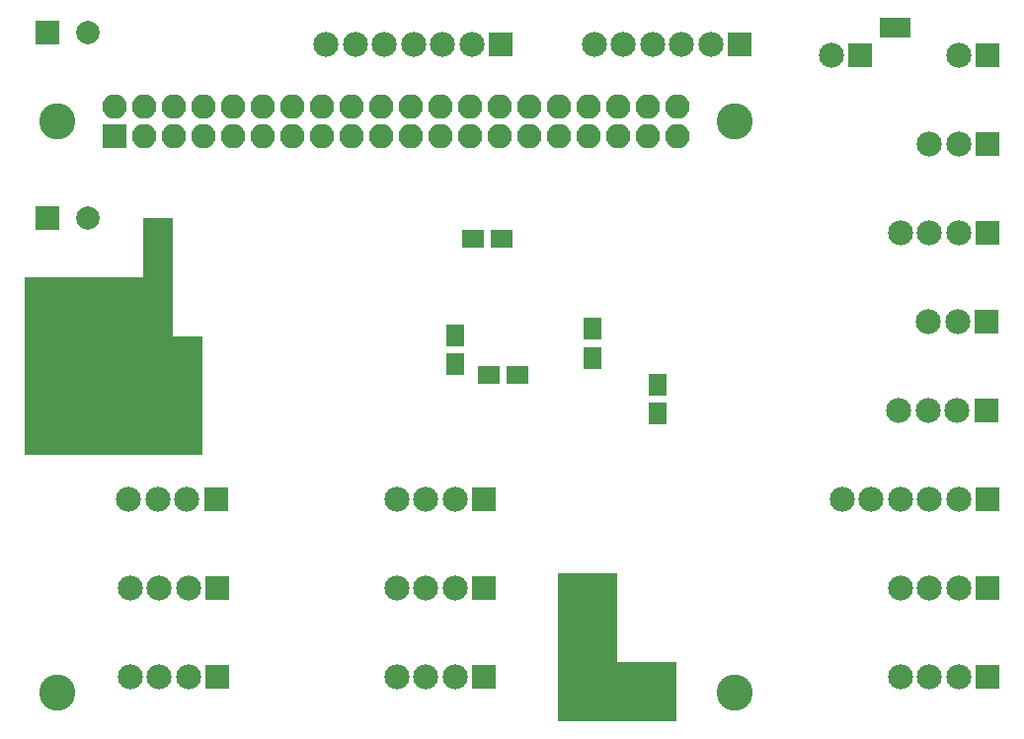
<source format=gbs>
G04 #@! TF.FileFunction,Soldermask,Bot*
%FSLAX46Y46*%
G04 Gerber Fmt 4.6, Leading zero omitted, Abs format (unit mm)*
G04 Created by KiCad (PCBNEW 4.0.7-e2-6376~61~ubuntu18.04.1) date Sun Dec  9 20:36:19 2018*
%MOMM*%
%LPD*%
G01*
G04 APERTURE LIST*
%ADD10C,0.100000*%
%ADD11R,2.635200X2.635200*%
%ADD12R,2.150000X2.150000*%
%ADD13C,2.150000*%
%ADD14R,1.900000X1.650000*%
%ADD15R,1.650000X1.900000*%
%ADD16C,3.100000*%
%ADD17R,2.100000X2.100000*%
%ADD18O,2.100000X2.100000*%
%ADD19R,1.370000X1.670000*%
%ADD20R,2.000000X2.000000*%
%ADD21C,2.000000*%
G04 APERTURE END LIST*
D10*
D11*
X112435000Y-74335000D03*
X112435000Y-76875000D03*
X104815000Y-66715000D03*
X107355000Y-66715000D03*
X109895000Y-74335000D03*
X109895000Y-76875000D03*
X104815000Y-69255000D03*
X107355000Y-69255000D03*
X107355000Y-71795000D03*
X104815000Y-71795000D03*
X104815000Y-74335000D03*
X107355000Y-74335000D03*
X107355000Y-76875000D03*
X104815000Y-76875000D03*
X71795000Y-46395000D03*
X71795000Y-48935000D03*
X71795000Y-51475000D03*
X71795000Y-54015000D03*
X69255000Y-36235000D03*
X69255000Y-38775000D03*
X69255000Y-54015000D03*
X66715000Y-54015000D03*
X64175000Y-54015000D03*
X61635000Y-54015000D03*
X59095000Y-54015000D03*
X69255000Y-51475000D03*
X66715000Y-51475000D03*
X64175000Y-51475000D03*
X61635000Y-51475000D03*
X59095000Y-51475000D03*
X69255000Y-48935000D03*
X66715000Y-48935000D03*
X64175000Y-48935000D03*
X61635000Y-48935000D03*
X59095000Y-48935000D03*
X69255000Y-46395000D03*
X66715000Y-46395000D03*
X64175000Y-46395000D03*
X61635000Y-46395000D03*
X59095000Y-46395000D03*
X69255000Y-43855000D03*
X66715000Y-43855000D03*
X64175000Y-43855000D03*
X61635000Y-43855000D03*
X59095000Y-43855000D03*
X69255000Y-41315000D03*
X66715000Y-41315000D03*
X64175000Y-41315000D03*
X61635000Y-41315000D03*
D12*
X129435000Y-20995000D03*
D13*
X126935000Y-20995000D03*
D14*
X96235000Y-36735000D03*
X98735000Y-36735000D03*
D15*
X106485000Y-44485000D03*
X106485000Y-46985000D03*
X94685000Y-47535000D03*
X94685000Y-45035000D03*
D14*
X100085000Y-48435000D03*
X97585000Y-48435000D03*
D15*
X112085000Y-51785000D03*
X112085000Y-49285000D03*
D12*
X140375000Y-20995000D03*
D13*
X137875000Y-20995000D03*
D12*
X98635000Y-20135000D03*
D13*
X96135000Y-20135000D03*
X93635000Y-20135000D03*
X91135000Y-20135000D03*
X88635000Y-20135000D03*
X86135000Y-20135000D03*
X83635000Y-20135000D03*
D12*
X140375000Y-28615000D03*
D13*
X137875000Y-28615000D03*
X135375000Y-28615000D03*
D12*
X140375000Y-36235000D03*
D13*
X137875000Y-36235000D03*
X135375000Y-36235000D03*
X132875000Y-36235000D03*
D12*
X140375000Y-59095000D03*
D13*
X137875000Y-59095000D03*
X135375000Y-59095000D03*
X132875000Y-59095000D03*
X130375000Y-59095000D03*
X127875000Y-59095000D03*
D12*
X140295000Y-43855000D03*
D13*
X137795000Y-43855000D03*
X135295000Y-43855000D03*
D12*
X140255000Y-51475000D03*
D13*
X137755000Y-51475000D03*
X135255000Y-51475000D03*
X132755000Y-51475000D03*
D12*
X140375000Y-66715000D03*
D13*
X137875000Y-66715000D03*
X135375000Y-66715000D03*
X132875000Y-66715000D03*
D12*
X140375000Y-74335000D03*
D13*
X137875000Y-74335000D03*
X135375000Y-74335000D03*
X132875000Y-74335000D03*
D16*
X60635000Y-26735000D03*
X60635000Y-75735000D03*
X118635000Y-26735000D03*
X118635000Y-75735000D03*
D12*
X74215000Y-59095000D03*
D13*
X71715000Y-59095000D03*
X69215000Y-59095000D03*
X66715000Y-59095000D03*
D12*
X74335000Y-74335000D03*
D13*
X71835000Y-74335000D03*
X69335000Y-74335000D03*
X66835000Y-74335000D03*
D12*
X97195000Y-59095000D03*
D13*
X94695000Y-59095000D03*
X92195000Y-59095000D03*
X89695000Y-59095000D03*
D12*
X74335000Y-66715000D03*
D13*
X71835000Y-66715000D03*
X69335000Y-66715000D03*
X66835000Y-66715000D03*
D12*
X97195000Y-74335000D03*
D13*
X94695000Y-74335000D03*
X92195000Y-74335000D03*
X89695000Y-74335000D03*
D12*
X97195000Y-66715000D03*
D13*
X94695000Y-66715000D03*
X92195000Y-66715000D03*
X89695000Y-66715000D03*
D12*
X119135000Y-20135000D03*
D13*
X116635000Y-20135000D03*
X114135000Y-20135000D03*
X111635000Y-20135000D03*
X109135000Y-20135000D03*
X106635000Y-20135000D03*
D17*
X65535000Y-28010000D03*
D18*
X65535000Y-25470000D03*
X68075000Y-28010000D03*
X68075000Y-25470000D03*
X70615000Y-28010000D03*
X70615000Y-25470000D03*
X73155000Y-28010000D03*
X73155000Y-25470000D03*
X75695000Y-28010000D03*
X75695000Y-25470000D03*
X78235000Y-28010000D03*
X78235000Y-25470000D03*
X80775000Y-28010000D03*
X80775000Y-25470000D03*
X83315000Y-28010000D03*
X83315000Y-25470000D03*
X85855000Y-28010000D03*
X85855000Y-25470000D03*
X88395000Y-28010000D03*
X88395000Y-25470000D03*
X90935000Y-28010000D03*
X90935000Y-25470000D03*
X93475000Y-28010000D03*
X93475000Y-25470000D03*
X96015000Y-28010000D03*
X96015000Y-25470000D03*
X98555000Y-28010000D03*
X98555000Y-25470000D03*
X101095000Y-28010000D03*
X101095000Y-25470000D03*
X103635000Y-28010000D03*
X103635000Y-25470000D03*
X106175000Y-28010000D03*
X106175000Y-25470000D03*
X108715000Y-28010000D03*
X108715000Y-25470000D03*
X111255000Y-28010000D03*
X111255000Y-25470000D03*
X113795000Y-28010000D03*
X113795000Y-25470000D03*
D19*
X133075000Y-18635000D03*
X131795000Y-18635000D03*
D20*
X59730000Y-34965000D03*
D21*
X63230000Y-34965000D03*
D11*
X59095000Y-41315000D03*
D20*
X59730000Y-19090000D03*
D21*
X63230000Y-19090000D03*
M02*

</source>
